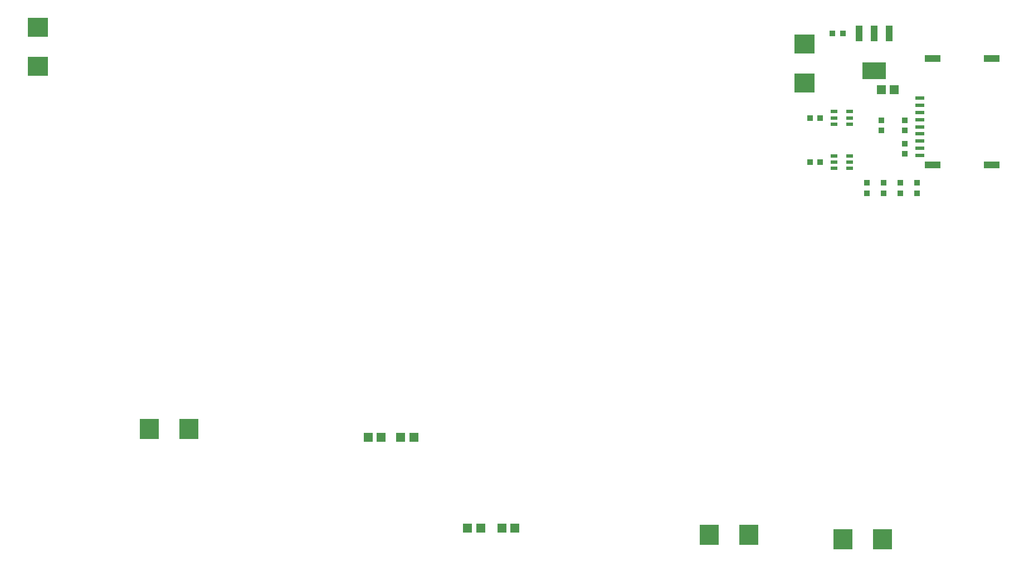
<source format=gtp>
G04 Layer: TopPasteMaskLayer*
G04 EasyEDA v6.5.39, 2024-02-04 18:04:26*
G04 6365909e63f64f6689fdd3236b4dce0a,5509f98a9368439c9cde498926e245b9,10*
G04 Gerber Generator version 0.2*
G04 Scale: 100 percent, Rotated: No, Reflected: No *
G04 Dimensions in inches *
G04 leading zeros omitted , absolute positions ,3 integer and 6 decimal *
%FSLAX36Y36*%
%MOIN*%

%AMMACRO1*21,1,$1,$2,0,0,$3*%
%ADD10R,0.0394X0.0236*%
%ADD11MACRO1,0.0532X0.0555X90.0000*%
%ADD12MACRO1,0.0532X0.0555X-90.0000*%
%ADD13R,0.0360X0.0380*%
%ADD14R,0.0380X0.0360*%
%ADD15R,0.0386X0.0972*%
%ADD16MACRO1,0.1417X0.0972X0.0000*%
%ADD17MACRO1,0.1102X0.1185X0.0000*%
%ADD18R,0.0945X0.0433*%
%ADD19R,0.0551X0.0244*%
%ADD20MACRO1,0.1102X0.1185X90.0000*%

%LPD*%
D10*
G01*
X6447240Y2867600D03*
G01*
X6447240Y2905000D03*
G01*
X6447240Y2942399D03*
G01*
X6352759Y2942399D03*
G01*
X6352759Y2905000D03*
G01*
X6352759Y2867600D03*
G01*
X6447240Y3132600D03*
G01*
X6447240Y3170000D03*
G01*
X6447240Y3207399D03*
G01*
X6352759Y3207399D03*
G01*
X6352759Y3170000D03*
G01*
X6352759Y3132600D03*
D11*
G01*
X3839375Y1259995D03*
G01*
X3760630Y1259995D03*
D12*
G01*
X4160630Y714995D03*
G01*
X4239375Y714995D03*
G01*
X3644375Y1259995D03*
G01*
X3565630Y1259995D03*
D11*
G01*
X4365630Y714995D03*
G01*
X4444375Y714995D03*
D12*
G01*
X6635630Y3339995D03*
G01*
X6714375Y3339995D03*
D13*
G01*
X6208509Y2905000D03*
G01*
X6271509Y2905000D03*
D14*
G01*
X6550000Y2781500D03*
G01*
X6550000Y2718499D03*
D15*
G01*
X6684600Y3676379D03*
G01*
X6594049Y3676379D03*
G01*
X6503490Y3676379D03*
D16*
G01*
X6594045Y3453150D03*
D17*
G01*
X5843110Y675000D03*
G01*
X5606889Y675000D03*
D18*
G01*
X6942489Y3525030D03*
G01*
X7296819Y3525030D03*
G01*
X7296819Y2889200D03*
G01*
X6942489Y2889200D03*
D19*
G01*
X6865050Y2943530D03*
G01*
X6865050Y2986840D03*
G01*
X6865050Y3030149D03*
G01*
X6865050Y3073460D03*
G01*
X6865050Y3116759D03*
G01*
X6865050Y3160070D03*
G01*
X6865050Y3203380D03*
G01*
X6865050Y3246680D03*
G01*
X6865050Y3289989D03*
D14*
G01*
X6635000Y3156500D03*
G01*
X6635000Y3093499D03*
G01*
X6775000Y3093510D03*
G01*
X6775000Y3156509D03*
D13*
G01*
X6343509Y3675000D03*
G01*
X6406509Y3675000D03*
G01*
X6208509Y3170000D03*
G01*
X6271509Y3170000D03*
D14*
G01*
X6775000Y3016500D03*
G01*
X6775000Y2953499D03*
G01*
X6850000Y2718499D03*
G01*
X6850000Y2781500D03*
G01*
X6750000Y2718499D03*
G01*
X6750000Y2781500D03*
G01*
X6650000Y2718499D03*
G01*
X6650000Y2781500D03*
D17*
G01*
X2256889Y1310000D03*
G01*
X2493110Y1310000D03*
G01*
X6406889Y650000D03*
G01*
X6643110Y650000D03*
D20*
G01*
X6175000Y3376890D03*
G01*
X6175000Y3613109D03*
G01*
X1590000Y3476890D03*
G01*
X1590000Y3713109D03*
M02*

</source>
